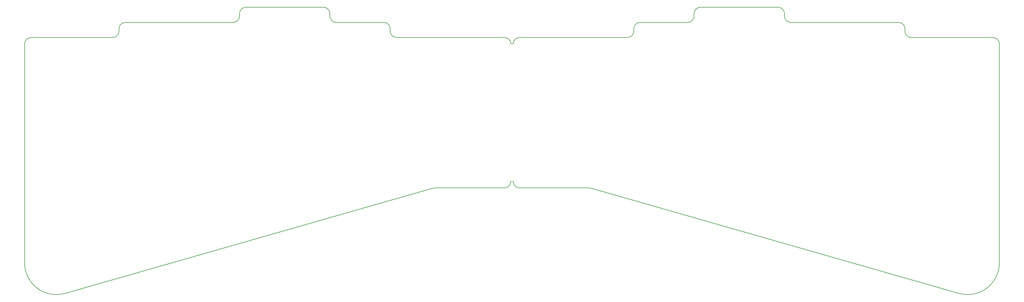
<source format=gbr>
%TF.GenerationSoftware,KiCad,Pcbnew,8.0.0*%
%TF.CreationDate,2024-03-10T10:49:14-04:00*%
%TF.ProjectId,Kiwi MKIII,4b697769-204d-44b4-9949-492e6b696361,rev?*%
%TF.SameCoordinates,Original*%
%TF.FileFunction,Profile,NP*%
%FSLAX46Y46*%
G04 Gerber Fmt 4.6, Leading zero omitted, Abs format (unit mm)*
G04 Created by KiCad (PCBNEW 8.0.0) date 2024-03-10 10:49:14*
%MOMM*%
%LPD*%
G01*
G04 APERTURE LIST*
%TA.AperFunction,Profile*%
%ADD10C,0.150000*%
%TD*%
G04 APERTURE END LIST*
D10*
X208629300Y-153555200D02*
X209429300Y-153555200D01*
X208629300Y-110005200D02*
X209429300Y-110005200D01*
X55379300Y-110042700D02*
X55379300Y-179239583D01*
X362679300Y-110042700D02*
X362679300Y-179239583D01*
X85129300Y-106042700D02*
X85129300Y-105242700D01*
X296929300Y-103242700D02*
X330929300Y-103242700D01*
X149629300Y-98480200D02*
G75*
G02*
X151629300Y-100480200I0J-2000000D01*
G01*
X266429300Y-101242700D02*
G75*
G02*
X264429300Y-103242700I-1999900J-100D01*
G01*
X208629300Y-153555200D02*
G75*
G02*
X206629300Y-155555200I-2000000J0D01*
G01*
X266429300Y-100480200D02*
G75*
G02*
X268429300Y-98480200I2000100J-100D01*
G01*
X57379300Y-108042700D02*
X83129300Y-108042700D01*
X330929300Y-103242700D02*
G75*
G02*
X332929300Y-105242700I0J-2000000D01*
G01*
X85129300Y-106042700D02*
G75*
G02*
X83129300Y-108042700I-2000000J0D01*
G01*
X264429300Y-103242700D02*
X249429300Y-103242700D01*
X121129300Y-103242700D02*
X87129300Y-103242700D01*
X170629300Y-105242700D02*
X170629300Y-106005200D01*
X123129300Y-101242700D02*
G75*
G02*
X121129300Y-103242700I-2000000J0D01*
G01*
X55379300Y-110042700D02*
G75*
G02*
X57379300Y-108042700I2000000J0D01*
G01*
X206629300Y-108005200D02*
G75*
G02*
X208629300Y-110005200I0J-2000000D01*
G01*
X362679300Y-179239583D02*
G75*
G02*
X349926659Y-188853267I-9999940J-77D01*
G01*
X247429300Y-105242700D02*
X247429300Y-106005200D01*
X184155870Y-155632678D02*
G75*
G02*
X184707145Y-155555197I551430J-1923522D01*
G01*
X247429300Y-105242700D02*
G75*
G02*
X249429300Y-103242700I2000100J-100D01*
G01*
X292929300Y-98480200D02*
G75*
G02*
X294929300Y-100480200I0J-2000000D01*
G01*
X296929300Y-103242700D02*
G75*
G02*
X294929300Y-101242700I0J2000000D01*
G01*
X206629300Y-155555200D02*
X184707145Y-155555200D01*
X209429300Y-110005200D02*
G75*
G02*
X211429300Y-108005200I2000100J-100D01*
G01*
X294929300Y-101242700D02*
X294929300Y-100480200D01*
X266429300Y-100480200D02*
X266429300Y-101242700D01*
X153629300Y-103242700D02*
G75*
G02*
X151629300Y-101242700I0J2000000D01*
G01*
X85129300Y-105242700D02*
G75*
G02*
X87129300Y-103242700I2000000J0D01*
G01*
X123129300Y-100480200D02*
G75*
G02*
X125129300Y-98480200I2000000J0D01*
G01*
X206629300Y-108005200D02*
X172629300Y-108005200D01*
X247429300Y-106005200D02*
G75*
G02*
X245429300Y-108005200I-1999900J-100D01*
G01*
X184155870Y-155632677D02*
X68131942Y-188853269D01*
X168629300Y-103242700D02*
G75*
G02*
X170629300Y-105242700I0J-2000000D01*
G01*
X125129300Y-98480200D02*
X149629300Y-98480200D01*
X68131942Y-188853269D02*
G75*
G02*
X55379304Y-179239583I-2752682J9613629D01*
G01*
X153629300Y-103242700D02*
X168629300Y-103242700D01*
X334929300Y-108042700D02*
G75*
G02*
X332929300Y-106042700I0J2000000D01*
G01*
X233902730Y-155632677D02*
X349926658Y-188853269D01*
X233351455Y-155555200D02*
G75*
G02*
X233902732Y-155632669I45J-1999900D01*
G01*
X211429300Y-155555200D02*
X233351455Y-155555200D01*
X211429300Y-108005200D02*
X245429300Y-108005200D01*
X123129300Y-101242700D02*
X123129300Y-100480200D01*
X332929300Y-106042700D02*
X332929300Y-105242700D01*
X360679300Y-108042700D02*
G75*
G02*
X362679300Y-110042700I0J-2000000D01*
G01*
X360679300Y-108042700D02*
X334929300Y-108042700D01*
X292929300Y-98480200D02*
X268429300Y-98480200D01*
X172629300Y-108005200D02*
G75*
G02*
X170629300Y-106005200I0J2000000D01*
G01*
X151629300Y-100480200D02*
X151629300Y-101242700D01*
X211429300Y-155555200D02*
G75*
G02*
X209429300Y-153555200I0J2000000D01*
G01*
M02*

</source>
